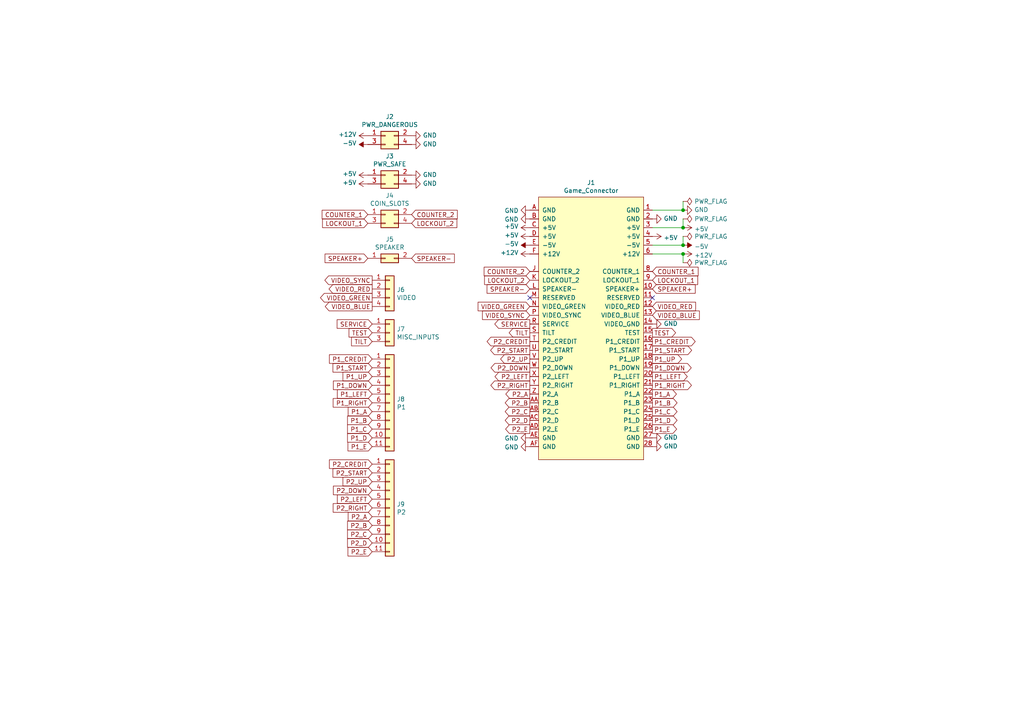
<source format=kicad_sch>
(kicad_sch (version 20211123) (generator eeschema)
  (paper "A4")
  (title_block (title "Comb Arcade Breakout Board") (date "2021-05-02") (rev "0.0.0") (company "jameswilddev"))
  (lib_symbols
    (symbol "Comb:Game_Connector" (pin_names (offset 1.016))
      (property "Reference" "J" (at 0 36.83 0))
      (property "Value" "Game_Connector" (at 0 -44.45 0))
      (symbol "Game_Connector_0_1"
        (rectangle (start -15.24 34.29) (end 15.24 -41.91) (fill (type background)))
      )
      (symbol "Game_Connector_1_1"
        (pin passive line (at 17.78 30.48 180) (length 2.54) (name "GND") (number "1"))
        (pin passive line (at 17.78 7.62 180) (length 2.54) (name "SPEAKER+") (number "10"))
        (pin passive line (at 17.78 5.08 180) (length 2.54) (name "RESERVED") (number "11"))
        (pin passive line (at 17.78 2.54 180) (length 2.54) (name "VIDEO_RED") (number "12"))
        (pin passive line (at 17.78 0 180) (length 2.54) (name "VIDEO_BLUE") (number "13"))
        (pin passive line (at 17.78 -2.54 180) (length 2.54) (name "VIDEO_GND") (number "14"))
        (pin passive line (at 17.78 -5.08 180) (length 2.54) (name "TEST") (number "15"))
        (pin passive line (at 17.78 -7.62 180) (length 2.54) (name "P1_CREDIT") (number "16"))
        (pin passive line (at 17.78 -10.16 180) (length 2.54) (name "P1_START") (number "17"))
        (pin passive line (at 17.78 -12.7 180) (length 2.54) (name "P1_UP") (number "18"))
        (pin passive line (at 17.78 -15.24 180) (length 2.54) (name "P1_DOWN") (number "19"))
        (pin passive line (at 17.78 27.94 180) (length 2.54) (name "GND") (number "2"))
        (pin passive line (at 17.78 -17.78 180) (length 2.54) (name "P1_LEFT") (number "20"))
        (pin passive line (at 17.78 -20.32 180) (length 2.54) (name "P1_RIGHT") (number "21"))
        (pin passive line (at 17.78 -22.86 180) (length 2.54) (name "P1_A") (number "22"))
        (pin passive line (at 17.78 -25.4 180) (length 2.54) (name "P1_B") (number "23"))
        (pin passive line (at 17.78 -27.94 180) (length 2.54) (name "P1_C") (number "24"))
        (pin passive line (at 17.78 -30.48 180) (length 2.54) (name "P1_D") (number "25"))
        (pin passive line (at 17.78 -33.02 180) (length 2.54) (name "P1_E") (number "26"))
        (pin passive line (at 17.78 -35.56 180) (length 2.54) (name "GND") (number "27"))
        (pin passive line (at 17.78 -38.1 180) (length 2.54) (name "GND") (number "28"))
        (pin passive line (at 17.78 25.4 180) (length 2.54) (name "+5V") (number "3"))
        (pin passive line (at 17.78 22.86 180) (length 2.54) (name "+5V") (number "4"))
        (pin passive line (at 17.78 20.32 180) (length 2.54) (name "-5V") (number "5"))
        (pin passive line (at 17.78 17.78 180) (length 2.54) (name "+12V") (number "6"))
        (pin passive line (at 17.78 12.7 180) (length 2.54) (name "COUNTER_1") (number "8"))
        (pin passive line (at 17.78 10.16 180) (length 2.54) (name "LOCKOUT_1") (number "9"))
        (pin passive line (at -17.78 30.48 0) (length 2.54) (name "GND") (number "A"))
        (pin passive line (at -17.78 -25.4 0) (length 2.54) (name "P2_B") (number "AA"))
        (pin passive line (at -17.78 -27.94 0) (length 2.54) (name "P2_C") (number "AB"))
        (pin passive line (at -17.78 -30.48 0) (length 2.54) (name "P2_D") (number "AC"))
        (pin passive line (at -17.78 -33.02 0) (length 2.54) (name "P2_E") (number "AD"))
        (pin passive line (at -17.78 -35.56 0) (length 2.54) (name "GND") (number "AE"))
        (pin passive line (at -17.78 -38.1 0) (length 2.54) (name "GND") (number "AF"))
        (pin passive line (at -17.78 27.94 0) (length 2.54) (name "GND") (number "B"))
        (pin passive line (at -17.78 25.4 0) (length 2.54) (name "+5V") (number "C"))
        (pin passive line (at -17.78 22.86 0) (length 2.54) (name "+5V") (number "D"))
        (pin passive line (at -17.78 20.32 0) (length 2.54) (name "-5V") (number "E"))
        (pin passive line (at -17.78 17.78 0) (length 2.54) (name "+12V") (number "F"))
        (pin passive line (at -17.78 12.7 0) (length 2.54) (name "COUNTER_2") (number "J"))
        (pin passive line (at -17.78 10.16 0) (length 2.54) (name "LOCKOUT_2") (number "K"))
        (pin passive line (at -17.78 7.62 0) (length 2.54) (name "SPEAKER-") (number "L"))
        (pin passive line (at -17.78 5.08 0) (length 2.54) (name "RESERVED") (number "M"))
        (pin passive line (at -17.78 2.54 0) (length 2.54) (name "VIDEO_GREEN") (number "N"))
        (pin passive line (at -17.78 0 0) (length 2.54) (name "VIDEO_SYNC") (number "P"))
        (pin passive line (at -17.78 -2.54 0) (length 2.54) (name "SERVICE") (number "R"))
        (pin passive line (at -17.78 -5.08 0) (length 2.54) (name "TILT") (number "S"))
        (pin passive line (at -17.78 -7.62 0) (length 2.54) (name "P2_CREDIT") (number "T"))
        (pin passive line (at -17.78 -10.16 0) (length 2.54) (name "P2_START") (number "U"))
        (pin passive line (at -17.78 -12.7 0) (length 2.54) (name "P2_UP") (number "V"))
        (pin passive line (at -17.78 -15.24 0) (length 2.54) (name "P2_DOWN") (number "W"))
        (pin passive line (at -17.78 -17.78 0) (length 2.54) (name "P2_LEFT") (number "X"))
        (pin passive line (at -17.78 -20.32 0) (length 2.54) (name "P2_RIGHT") (number "Y"))
        (pin passive line (at -17.78 -22.86 0) (length 2.54) (name "P2_A") (number "Z"))
      )
    )
    (symbol "Connector_Generic:Conn_01x03" (pin_names (offset 1.016) hide)
      (property "Reference" "J" (at 0 5.08 0))
      (property "Value" "Conn_01x03" (at 0 -5.08 0))
      (symbol "Conn_01x03_1_1"
        (rectangle (start -1.27 -2.413) (end 0 -2.667) (stroke (width 0.1524)))
        (rectangle (start -1.27 0.127) (end 0 -0.127) (stroke (width 0.1524)))
        (rectangle (start -1.27 2.667) (end 0 2.413) (stroke (width 0.1524)))
        (rectangle (start -1.27 3.81) (end 1.27 -3.81) (stroke (width 0.254)) (fill (type background)))
        (pin passive line (at -5.08 2.54 0) (length 3.81) (name "Pin_1") (number "1"))
        (pin passive line (at -5.08 0 0) (length 3.81) (name "Pin_2") (number "2"))
        (pin passive line (at -5.08 -2.54 0) (length 3.81) (name "Pin_3") (number "3"))
      )
    )
    (symbol "Connector_Generic:Conn_01x04" (pin_names (offset 1.016) hide)
      (property "Reference" "J" (at 0 5.08 0))
      (property "Value" "Conn_01x04" (at 0 -7.62 0))
      (symbol "Conn_01x04_1_1"
        (rectangle (start -1.27 -4.953) (end 0 -5.207) (stroke (width 0.1524)))
        (rectangle (start -1.27 -2.413) (end 0 -2.667) (stroke (width 0.1524)))
        (rectangle (start -1.27 0.127) (end 0 -0.127) (stroke (width 0.1524)))
        (rectangle (start -1.27 2.667) (end 0 2.413) (stroke (width 0.1524)))
        (rectangle (start -1.27 3.81) (end 1.27 -6.35) (stroke (width 0.254)) (fill (type background)))
        (pin passive line (at -5.08 2.54 0) (length 3.81) (name "Pin_1") (number "1"))
        (pin passive line (at -5.08 0 0) (length 3.81) (name "Pin_2") (number "2"))
        (pin passive line (at -5.08 -2.54 0) (length 3.81) (name "Pin_3") (number "3"))
        (pin passive line (at -5.08 -5.08 0) (length 3.81) (name "Pin_4") (number "4"))
      )
    )
    (symbol "Connector_Generic:Conn_01x11" (pin_names (offset 1.016) hide)
      (property "Reference" "J" (at 0 15.24 0))
      (property "Value" "Conn_01x11" (at 0 -15.24 0))
      (symbol "Conn_01x11_1_1"
        (rectangle (start -1.27 -12.573) (end 0 -12.827) (stroke (width 0.1524)))
        (rectangle (start -1.27 -10.033) (end 0 -10.287) (stroke (width 0.1524)))
        (rectangle (start -1.27 -7.493) (end 0 -7.747) (stroke (width 0.1524)))
        (rectangle (start -1.27 -4.953) (end 0 -5.207) (stroke (width 0.1524)))
        (rectangle (start -1.27 -2.413) (end 0 -2.667) (stroke (width 0.1524)))
        (rectangle (start -1.27 0.127) (end 0 -0.127) (stroke (width 0.1524)))
        (rectangle (start -1.27 2.667) (end 0 2.413) (stroke (width 0.1524)))
        (rectangle (start -1.27 5.207) (end 0 4.953) (stroke (width 0.1524)))
        (rectangle (start -1.27 7.747) (end 0 7.493) (stroke (width 0.1524)))
        (rectangle (start -1.27 10.287) (end 0 10.033) (stroke (width 0.1524)))
        (rectangle (start -1.27 12.827) (end 0 12.573) (stroke (width 0.1524)))
        (rectangle (start -1.27 13.97) (end 1.27 -13.97) (stroke (width 0.254)) (fill (type background)))
        (pin passive line (at -5.08 12.7 0) (length 3.81) (name "Pin_1") (number "1"))
        (pin passive line (at -5.08 -10.16 0) (length 3.81) (name "Pin_10") (number "10"))
        (pin passive line (at -5.08 -12.7 0) (length 3.81) (name "Pin_11") (number "11"))
        (pin passive line (at -5.08 10.16 0) (length 3.81) (name "Pin_2") (number "2"))
        (pin passive line (at -5.08 7.62 0) (length 3.81) (name "Pin_3") (number "3"))
        (pin passive line (at -5.08 5.08 0) (length 3.81) (name "Pin_4") (number "4"))
        (pin passive line (at -5.08 2.54 0) (length 3.81) (name "Pin_5") (number "5"))
        (pin passive line (at -5.08 0 0) (length 3.81) (name "Pin_6") (number "6"))
        (pin passive line (at -5.08 -2.54 0) (length 3.81) (name "Pin_7") (number "7"))
        (pin passive line (at -5.08 -5.08 0) (length 3.81) (name "Pin_8") (number "8"))
        (pin passive line (at -5.08 -7.62 0) (length 3.81) (name "Pin_9") (number "9"))
      )
    )
    (symbol "Connector_Generic:Conn_02x01" (pin_names (offset 1.016) hide)
      (property "Reference" "J" (at 1.27 2.54 0))
      (property "Value" "Conn_02x01" (at 1.27 -2.54 0))
      (symbol "Conn_02x01_1_1"
        (rectangle (start -1.27 0.127) (end 0 -0.127) (stroke (width 0.1524)))
        (rectangle (start -1.27 1.27) (end 3.81 -1.27) (stroke (width 0.254)) (fill (type background)))
        (rectangle (start 3.81 0.127) (end 2.54 -0.127) (stroke (width 0.1524)))
        (pin passive line (at -5.08 0 0) (length 3.81) (name "Pin_1") (number "1"))
        (pin passive line (at 7.62 0 180) (length 3.81) (name "Pin_2") (number "2"))
      )
    )
    (symbol "Connector_Generic:Conn_02x02_Odd_Even" (pin_names (offset 1.016) hide)
      (property "Reference" "J" (at 1.27 2.54 0))
      (property "Value" "Conn_02x02_Odd_Even" (at 1.27 -5.08 0))
      (symbol "Conn_02x02_Odd_Even_1_1"
        (rectangle (start -1.27 -2.413) (end 0 -2.667) (stroke (width 0.1524)))
        (rectangle (start -1.27 0.127) (end 0 -0.127) (stroke (width 0.1524)))
        (rectangle (start -1.27 1.27) (end 3.81 -3.81) (stroke (width 0.254)) (fill (type background)))
        (rectangle (start 3.81 -2.413) (end 2.54 -2.667) (stroke (width 0.1524)))
        (rectangle (start 3.81 0.127) (end 2.54 -0.127) (stroke (width 0.1524)))
        (pin passive line (at -5.08 0 0) (length 3.81) (name "Pin_1") (number "1"))
        (pin passive line (at 7.62 0 180) (length 3.81) (name "Pin_2") (number "2"))
        (pin passive line (at -5.08 -2.54 0) (length 3.81) (name "Pin_3") (number "3"))
        (pin passive line (at 7.62 -2.54 180) (length 3.81) (name "Pin_4") (number "4"))
      )
    )
    (symbol "power:+12V" (power) (pin_names (offset 0))
      (property "Value" "+12V" (at 0 3.556 0))
      (symbol "+12V_0_1"
        (polyline (pts (xy -0.762 1.27) (xy 0 2.54)))
        (polyline (pts (xy 0 0) (xy 0 2.54)))
        (polyline (pts (xy 0 2.54) (xy 0.762 1.27)))
      )
      (symbol "+12V_1_1"
        (pin power_in line (at 0 0 90) (length 0) hide (name "+12V") (number "1"))
      )
    )
    (symbol "power:+5V" (power) (pin_names (offset 0))
      (property "Value" "+5V" (at 0 3.556 0))
      (symbol "+5V_0_1"
        (polyline (pts (xy -0.762 1.27) (xy 0 2.54)))
        (polyline (pts (xy 0 0) (xy 0 2.54)))
        (polyline (pts (xy 0 2.54) (xy 0.762 1.27)))
      )
      (symbol "+5V_1_1"
        (pin power_in line (at 0 0 90) (length 0) hide (name "+5V") (number "1"))
      )
    )
    (symbol "power:-5V" (power) (pin_names (offset 0))
      (property "Value" "-5V" (at 0 3.81 0))
      (symbol "-5V_0_0"
        (pin power_in line (at 0 0 90) (length 0) hide (name "-5V") (number "1"))
      )
      (symbol "-5V_0_1"
        (polyline (pts (xy 0 0) (xy 0 1.27) (xy 0.762 1.27) (xy 0 2.54) (xy -0.762 1.27) (xy 0 1.27)) (fill (type outline)))
      )
    )
    (symbol "power:GND" (power) (pin_names (offset 0))
      (property "Value" "GND" (at 0 -3.81 0))
      (symbol "GND_0_1"
        (polyline (pts (xy 0 0) (xy 0 -1.27) (xy 1.27 -1.27) (xy 0 -2.54) (xy -1.27 -1.27) (xy 0 -1.27)))
      )
      (symbol "GND_1_1"
        (pin power_in line (at 0 0 270) (length 0) hide (name "GND") (number "1"))
      )
    )
    (symbol "power:PWR_FLAG" (power) (pin_numbers hide) (pin_names (offset 0) hide)
      (property "Value" "PWR_FLAG" (at 0 3.81 0))
      (symbol "PWR_FLAG_0_0"
        (pin power_out line (at 0 0 90) (length 0) (name "pwr") (number "1"))
      )
      (symbol "PWR_FLAG_0_1"
        (polyline (pts (xy 0 0) (xy 0 1.27) (xy -1.016 1.905) (xy 0 2.54) (xy 1.016 1.905) (xy 0 1.27)))
      )
    )
  )
  (junction (at 198.12 71.12))
  (junction (at 198.12 73.66))
  (junction (at 198.12 60.96))
  (junction (at 198.12 66.04))
  (no_connect (at 189.23 86.36))
  (no_connect (at 153.67 86.36))
  (wire (pts (xy 198.12 63.5) (xy 198.12 66.04)))
  (wire (pts (xy 189.23 73.66) (xy 198.12 73.66)))
  (wire (pts (xy 198.12 60.96) (xy 189.23 60.96)))
  (wire (pts (xy 198.12 58.42) (xy 198.12 60.96)))
  (wire (pts (xy 198.12 68.58) (xy 198.12 71.12)))
  (wire (pts (xy 198.12 76.2) (xy 198.12 73.66)))
  (wire (pts (xy 189.23 66.04) (xy 198.12 66.04)))
  (wire (pts (xy 189.23 71.12) (xy 198.12 71.12)))
  (global_label "LOCKOUT_1" (shape input) (at 189.23 81.28 0) (property "Intersheet References" "${INTERSHEET_REFS}" (effects hide)))
  (global_label "P2_START" (shape input) (at 107.95 137.16 180) (property "Intersheet References" "${INTERSHEET_REFS}" (effects hide)))
  (global_label "VIDEO_GREEN" (shape output) (at 107.95 86.36 180) (property "Intersheet References" "${INTERSHEET_REFS}" (effects hide)))
  (global_label "P1_CREDIT" (shape output) (at 189.23 99.06 0) (property "Intersheet References" "${INTERSHEET_REFS}" (effects hide)))
  (global_label "P2_E" (shape input) (at 107.95 160.02 180) (property "Intersheet References" "${INTERSHEET_REFS}" (effects hide)))
  (global_label "P1_E" (shape input) (at 107.95 129.54 180) (property "Intersheet References" "${INTERSHEET_REFS}" (effects hide)))
  (global_label "VIDEO_BLUE" (shape input) (at 189.23 91.44 0) (property "Intersheet References" "${INTERSHEET_REFS}" (effects hide)))
  (global_label "P2_C" (shape input) (at 107.95 154.94 180) (property "Intersheet References" "${INTERSHEET_REFS}" (effects hide)))
  (global_label "P2_A" (shape input) (at 107.95 149.86 180) (property "Intersheet References" "${INTERSHEET_REFS}" (effects hide)))
  (global_label "P1_CREDIT" (shape input) (at 107.95 104.14 180) (property "Intersheet References" "${INTERSHEET_REFS}" (effects hide)))
  (global_label "P1_C" (shape input) (at 107.95 124.46 180) (property "Intersheet References" "${INTERSHEET_REFS}" (effects hide)))
  (global_label "COUNTER_2" (shape input) (at 119.38 62.23 0) (property "Intersheet References" "${INTERSHEET_REFS}" (effects hide)))
  (global_label "P2_LEFT" (shape output) (at 153.67 109.22 180) (property "Intersheet References" "${INTERSHEET_REFS}" (effects hide)))
  (global_label "P2_RIGHT" (shape input) (at 107.95 147.32 180) (property "Intersheet References" "${INTERSHEET_REFS}" (effects hide)))
  (global_label "COUNTER_2" (shape input) (at 153.67 78.74 180) (property "Intersheet References" "${INTERSHEET_REFS}" (effects hide)))
  (global_label "P2_LEFT" (shape input) (at 107.95 144.78 180) (property "Intersheet References" "${INTERSHEET_REFS}" (effects hide)))
  (global_label "P2_C" (shape output) (at 153.67 119.38 180) (property "Intersheet References" "${INTERSHEET_REFS}" (effects hide)))
  (global_label "P2_B" (shape input) (at 107.95 152.4 180) (property "Intersheet References" "${INTERSHEET_REFS}" (effects hide)))
  (global_label "P1_LEFT" (shape input) (at 107.95 114.3 180) (property "Intersheet References" "${INTERSHEET_REFS}" (effects hide)))
  (global_label "P2_CREDIT" (shape output) (at 153.67 99.06 180) (property "Intersheet References" "${INTERSHEET_REFS}" (effects hide)))
  (global_label "SERVICE" (shape output) (at 153.67 93.98 180) (property "Intersheet References" "${INTERSHEET_REFS}" (effects hide)))
  (global_label "VIDEO_RED" (shape output) (at 107.95 83.82 180) (property "Intersheet References" "${INTERSHEET_REFS}" (effects hide)))
  (global_label "P1_D" (shape output) (at 189.23 121.92 0) (property "Intersheet References" "${INTERSHEET_REFS}" (effects hide)))
  (global_label "P1_E" (shape output) (at 189.23 124.46 0) (property "Intersheet References" "${INTERSHEET_REFS}" (effects hide)))
  (global_label "P2_CREDIT" (shape input) (at 107.95 134.62 180) (property "Intersheet References" "${INTERSHEET_REFS}" (effects hide)))
  (global_label "P1_C" (shape output) (at 189.23 119.38 0) (property "Intersheet References" "${INTERSHEET_REFS}" (effects hide)))
  (global_label "P1_UP" (shape input) (at 107.95 109.22 180) (property "Intersheet References" "${INTERSHEET_REFS}" (effects hide)))
  (global_label "TILT" (shape output) (at 153.67 96.52 180) (property "Intersheet References" "${INTERSHEET_REFS}" (effects hide)))
  (global_label "P2_A" (shape output) (at 153.67 114.3 180) (property "Intersheet References" "${INTERSHEET_REFS}" (effects hide)))
  (global_label "LOCKOUT_1" (shape input) (at 106.68 64.77 180) (property "Intersheet References" "${INTERSHEET_REFS}" (effects hide)))
  (global_label "P2_RIGHT" (shape output) (at 153.67 111.76 180) (property "Intersheet References" "${INTERSHEET_REFS}" (effects hide)))
  (global_label "TILT" (shape input) (at 107.95 99.06 180) (property "Intersheet References" "${INTERSHEET_REFS}" (effects hide)))
  (global_label "P1_B" (shape input) (at 107.95 121.92 180) (property "Intersheet References" "${INTERSHEET_REFS}" (effects hide)))
  (global_label "VIDEO_SYNC" (shape input) (at 153.67 91.44 180) (property "Intersheet References" "${INTERSHEET_REFS}" (effects hide)))
  (global_label "P2_UP" (shape input) (at 107.95 139.7 180) (property "Intersheet References" "${INTERSHEET_REFS}" (effects hide)))
  (global_label "P1_START" (shape input) (at 107.95 106.68 180) (property "Intersheet References" "${INTERSHEET_REFS}" (effects hide)))
  (global_label "P2_E" (shape output) (at 153.67 124.46 180) (property "Intersheet References" "${INTERSHEET_REFS}" (effects hide)))
  (global_label "COUNTER_1" (shape input) (at 106.68 62.23 180) (property "Intersheet References" "${INTERSHEET_REFS}" (effects hide)))
  (global_label "LOCKOUT_2" (shape input) (at 153.67 81.28 180) (property "Intersheet References" "${INTERSHEET_REFS}" (effects hide)))
  (global_label "VIDEO_BLUE" (shape output) (at 107.95 88.9 180) (property "Intersheet References" "${INTERSHEET_REFS}" (effects hide)))
  (global_label "P2_DOWN" (shape input) (at 107.95 142.24 180) (property "Intersheet References" "${INTERSHEET_REFS}" (effects hide)))
  (global_label "P1_START" (shape output) (at 189.23 101.6 0) (property "Intersheet References" "${INTERSHEET_REFS}" (effects hide)))
  (global_label "P1_DOWN" (shape output) (at 189.23 106.68 0) (property "Intersheet References" "${INTERSHEET_REFS}" (effects hide)))
  (global_label "P1_B" (shape output) (at 189.23 116.84 0) (property "Intersheet References" "${INTERSHEET_REFS}" (effects hide)))
  (global_label "LOCKOUT_2" (shape input) (at 119.38 64.77 0) (property "Intersheet References" "${INTERSHEET_REFS}" (effects hide)))
  (global_label "P1_D" (shape input) (at 107.95 127 180) (property "Intersheet References" "${INTERSHEET_REFS}" (effects hide)))
  (global_label "P2_D" (shape input) (at 107.95 157.48 180) (property "Intersheet References" "${INTERSHEET_REFS}" (effects hide)))
  (global_label "P2_DOWN" (shape output) (at 153.67 106.68 180) (property "Intersheet References" "${INTERSHEET_REFS}" (effects hide)))
  (global_label "VIDEO_SYNC" (shape output) (at 107.95 81.28 180) (property "Intersheet References" "${INTERSHEET_REFS}" (effects hide)))
  (global_label "VIDEO_RED" (shape input) (at 189.23 88.9 0) (property "Intersheet References" "${INTERSHEET_REFS}" (effects hide)))
  (global_label "SPEAKER+" (shape input) (at 189.23 83.82 0) (property "Intersheet References" "${INTERSHEET_REFS}" (effects hide)))
  (global_label "SPEAKER-" (shape input) (at 153.67 83.82 180) (property "Intersheet References" "${INTERSHEET_REFS}" (effects hide)))
  (global_label "P2_START" (shape output) (at 153.67 101.6 180) (property "Intersheet References" "${INTERSHEET_REFS}" (effects hide)))
  (global_label "P1_A" (shape input) (at 107.95 119.38 180) (property "Intersheet References" "${INTERSHEET_REFS}" (effects hide)))
  (global_label "SERVICE" (shape input) (at 107.95 93.98 180) (property "Intersheet References" "${INTERSHEET_REFS}" (effects hide)))
  (global_label "SPEAKER+" (shape input) (at 106.68 74.93 180) (property "Intersheet References" "${INTERSHEET_REFS}" (effects hide)))
  (global_label "P1_LEFT" (shape output) (at 189.23 109.22 0) (property "Intersheet References" "${INTERSHEET_REFS}" (effects hide)))
  (global_label "SPEAKER-" (shape input) (at 119.38 74.93 0) (property "Intersheet References" "${INTERSHEET_REFS}" (effects hide)))
  (global_label "P1_DOWN" (shape input) (at 107.95 111.76 180) (property "Intersheet References" "${INTERSHEET_REFS}" (effects hide)))
  (global_label "COUNTER_1" (shape input) (at 189.23 78.74 0) (property "Intersheet References" "${INTERSHEET_REFS}" (effects hide)))
  (global_label "P1_UP" (shape output) (at 189.23 104.14 0) (property "Intersheet References" "${INTERSHEET_REFS}" (effects hide)))
  (global_label "P1_RIGHT" (shape output) (at 189.23 111.76 0) (property "Intersheet References" "${INTERSHEET_REFS}" (effects hide)))
  (global_label "P2_UP" (shape output) (at 153.67 104.14 180) (property "Intersheet References" "${INTERSHEET_REFS}" (effects hide)))
  (global_label "VIDEO_GREEN" (shape input) (at 153.67 88.9 180) (property "Intersheet References" "${INTERSHEET_REFS}" (effects hide)))
  (global_label "TEST" (shape input) (at 107.95 96.52 180) (property "Intersheet References" "${INTERSHEET_REFS}" (effects hide)))
  (global_label "TEST" (shape output) (at 189.23 96.52 0) (property "Intersheet References" "${INTERSHEET_REFS}" (effects hide)))
  (global_label "P1_RIGHT" (shape input) (at 107.95 116.84 180) (property "Intersheet References" "${INTERSHEET_REFS}" (effects hide)))
  (global_label "P2_B" (shape output) (at 153.67 116.84 180) (property "Intersheet References" "${INTERSHEET_REFS}" (effects hide)))
  (global_label "P1_A" (shape output) (at 189.23 114.3 0) (property "Intersheet References" "${INTERSHEET_REFS}" (effects hide)))
  (global_label "P2_D" (shape output) (at 153.67 121.92 180) (property "Intersheet References" "${INTERSHEET_REFS}" (effects hide)))
  (symbol (lib_id "Comb:Game_Connector") (at 171.45 91.44 0) (unit 1)
    (property "Reference" "J1" (at 171.45 52.959 0))
    (property "Value" "Game_Connector" (at 171.45 55.2704 0))
    (property "Footprint" "Comb:Edge_Connector" (effects hide))
  )
  (symbol (lib_id "power:GND") (at 153.67 60.96 270) (unit 1)
    (property "Reference" "#PWR0101" (effects hide))
    (property "Value" "GND" (at 150.4188 61.087 90) (effects (justify right)))
  )
  (symbol (lib_id "power:GND") (at 153.67 63.5 270) (unit 1)
    (property "Reference" "#PWR0102" (effects hide))
    (property "Value" "GND" (at 150.4188 63.627 90) (effects (justify right)))
  )
  (symbol (lib_id "power:GND") (at 198.12 60.96 90) (unit 1)
    (property "Reference" "#PWR0103" (effects hide))
    (property "Value" "GND" (at 201.3712 60.833 90) (effects (justify right)))
  )
  (symbol (lib_id "power:GND") (at 189.23 63.5 90) (unit 1)
    (property "Reference" "#PWR0104" (effects hide))
    (property "Value" "GND" (at 192.4812 63.373 90) (effects (justify right)))
  )
  (symbol (lib_id "power:+5V") (at 153.67 66.04 90) (unit 1)
    (property "Reference" "#PWR0105" (effects hide))
    (property "Value" "+5V" (at 150.4188 65.659 90) (effects (justify left)))
  )
  (symbol (lib_id "power:+5V") (at 153.67 68.58 90) (unit 1)
    (property "Reference" "#PWR0106" (effects hide))
    (property "Value" "+5V" (at 150.4188 68.199 90) (effects (justify left)))
  )
  (symbol (lib_id "power:+5V") (at 198.12 66.04 270) (unit 1)
    (property "Reference" "#PWR0107" (effects hide))
    (property "Value" "+5V" (at 201.3712 66.421 90) (effects (justify left)))
  )
  (symbol (lib_id "power:+5V") (at 189.23 68.58 270) (unit 1)
    (property "Reference" "#PWR0108" (effects hide))
    (property "Value" "+5V" (at 192.4812 68.961 90) (effects (justify left)))
  )
  (symbol (lib_id "power:-5V") (at 198.12 71.12 270) (unit 1)
    (property "Reference" "#PWR0109" (effects hide))
    (property "Value" "-5V" (at 201.3712 71.501 90) (effects (justify left)))
  )
  (symbol (lib_id "power:-5V") (at 153.67 71.12 90) (unit 1)
    (property "Reference" "#PWR0110" (effects hide))
    (property "Value" "-5V" (at 150.4188 70.739 90) (effects (justify left)))
  )
  (symbol (lib_id "power:+12V") (at 153.67 73.66 90) (unit 1)
    (property "Reference" "#PWR0111" (effects hide))
    (property "Value" "+12V" (at 150.4188 73.279 90) (effects (justify left)))
  )
  (symbol (lib_id "power:+12V") (at 198.12 73.66 270) (unit 1)
    (property "Reference" "#PWR0112" (effects hide))
    (property "Value" "+12V" (at 201.3712 74.041 90) (effects (justify left)))
  )
  (symbol (lib_id "power:GND") (at 189.23 127 90) (unit 1)
    (property "Reference" "#PWR0113" (effects hide))
    (property "Value" "GND" (at 192.4812 126.873 90) (effects (justify right)))
  )
  (symbol (lib_id "power:GND") (at 189.23 129.54 90) (unit 1)
    (property "Reference" "#PWR0114" (effects hide))
    (property "Value" "GND" (at 192.4812 129.413 90) (effects (justify right)))
  )
  (symbol (lib_id "power:GND") (at 153.67 127 270) (unit 1)
    (property "Reference" "#PWR0115" (effects hide))
    (property "Value" "GND" (at 150.4188 127.127 90) (effects (justify right)))
  )
  (symbol (lib_id "power:GND") (at 153.67 129.54 270) (unit 1)
    (property "Reference" "#PWR0116" (effects hide))
    (property "Value" "GND" (at 150.4188 129.667 90) (effects (justify right)))
  )
  (symbol (lib_id "power:GND") (at 189.23 93.98 90) (unit 1)
    (property "Reference" "#PWR0117" (effects hide))
    (property "Value" "GND" (at 192.4812 93.853 90) (effects (justify right)))
  )
  (symbol (lib_id "Connector_Generic:Conn_02x02_Odd_Even") (at 111.76 39.37 0) (unit 1)
    (property "Reference" "J2" (at 113.03 33.8582 0))
    (property "Value" "PWR_DANGEROUS" (at 113.03 36.1696 0))
    (property "Footprint" "Connector_PinSocket_2.54mm:PinSocket_2x02_P2.54mm_Vertical" (effects hide))
  )
  (symbol (lib_id "power:GND") (at 119.38 41.91 90) (unit 1)
    (property "Reference" "#PWR0118" (effects hide))
    (property "Value" "GND" (at 122.6312 41.783 90) (effects (justify right)))
  )
  (symbol (lib_id "power:GND") (at 119.38 39.37 90) (unit 1)
    (property "Reference" "#PWR0119" (effects hide))
    (property "Value" "GND" (at 122.6312 39.243 90) (effects (justify right)))
  )
  (symbol (lib_id "power:+12V") (at 106.68 39.37 90) (unit 1)
    (property "Reference" "#PWR0120" (effects hide))
    (property "Value" "+12V" (at 103.4288 38.989 90) (effects (justify left)))
  )
  (symbol (lib_id "power:-5V") (at 106.68 41.91 90) (unit 1)
    (property "Reference" "#PWR0121" (effects hide))
    (property "Value" "-5V" (at 103.4288 41.529 90) (effects (justify left)))
  )
  (symbol (lib_id "Connector_Generic:Conn_01x11") (at 113.03 116.84 0) (unit 1)
    (property "Reference" "J8" (at 115.062 115.7732 0) (effects (justify left)))
    (property "Value" "P1" (at 115.062 118.0846 0) (effects (justify left)))
    (property "Footprint" "Connector_PinSocket_2.54mm:PinSocket_1x11_P2.54mm_Vertical" (effects hide))
  )
  (symbol (lib_id "Connector_Generic:Conn_01x11") (at 113.03 147.32 0) (unit 1)
    (property "Reference" "J9" (at 115.062 146.2532 0) (effects (justify left)))
    (property "Value" "P2" (at 115.062 148.5646 0) (effects (justify left)))
    (property "Footprint" "Connector_PinSocket_2.54mm:PinSocket_1x11_P2.54mm_Vertical" (effects hide))
  )
  (symbol (lib_id "Connector_Generic:Conn_01x04") (at 113.03 83.82 0) (unit 1)
    (property "Reference" "J6" (at 115.062 84.0232 0) (effects (justify left)))
    (property "Value" "VIDEO" (at 115.062 86.3346 0) (effects (justify left)))
    (property "Footprint" "Connector_PinSocket_2.54mm:PinSocket_1x04_P2.54mm_Vertical" (effects hide))
  )
  (symbol (lib_id "Connector_Generic:Conn_01x03") (at 113.03 96.52 0) (unit 1)
    (property "Reference" "J7" (at 115.062 95.4532 0) (effects (justify left)))
    (property "Value" "MISC_INPUTS" (at 115.062 97.7646 0) (effects (justify left)))
    (property "Footprint" "Connector_PinSocket_2.54mm:PinSocket_1x03_P2.54mm_Vertical" (effects hide))
  )
  (symbol (lib_id "Connector_Generic:Conn_02x02_Odd_Even") (at 111.76 50.8 0) (unit 1)
    (property "Reference" "J3" (at 113.03 45.2882 0))
    (property "Value" "PWR_SAFE" (at 113.03 47.5996 0))
    (property "Footprint" "Connector_PinSocket_2.54mm:PinSocket_2x02_P2.54mm_Vertical" (effects hide))
  )
  (symbol (lib_id "power:GND") (at 119.38 53.34 90) (unit 1)
    (property "Reference" "#PWR0122" (effects hide))
    (property "Value" "GND" (at 122.6312 53.213 90) (effects (justify right)))
  )
  (symbol (lib_id "power:GND") (at 119.38 50.8 90) (unit 1)
    (property "Reference" "#PWR0123" (effects hide))
    (property "Value" "GND" (at 122.6312 50.673 90) (effects (justify right)))
  )
  (symbol (lib_id "power:+5V") (at 106.68 50.8 90) (unit 1)
    (property "Reference" "#PWR0126" (effects hide))
    (property "Value" "+5V" (at 103.4288 50.419 90) (effects (justify left)))
  )
  (symbol (lib_id "power:+5V") (at 106.68 53.34 90) (unit 1)
    (property "Reference" "#PWR0127" (effects hide))
    (property "Value" "+5V" (at 103.4288 52.959 90) (effects (justify left)))
  )
  (symbol (lib_id "Connector_Generic:Conn_02x02_Odd_Even") (at 111.76 62.23 0) (unit 1)
    (property "Reference" "J4" (at 113.03 56.7182 0))
    (property "Value" "COIN_SLOTS" (at 113.03 59.0296 0))
    (property "Footprint" "Connector_PinSocket_2.54mm:PinSocket_2x02_P2.54mm_Vertical" (effects hide))
  )
  (symbol (lib_id "Connector_Generic:Conn_02x01") (at 111.76 74.93 0) (unit 1)
    (property "Reference" "J5" (at 113.03 69.4182 0))
    (property "Value" "SPEAKER" (at 113.03 71.7296 0))
    (property "Footprint" "Connector_PinSocket_2.54mm:PinSocket_1x02_P2.54mm_Vertical" (effects hide))
  )
  (symbol (lib_id "power:PWR_FLAG") (at 198.12 63.5 270) (unit 1)
    (property "Reference" "#FLG0101" (effects hide))
    (property "Value" "PWR_FLAG" (at 201.3712 63.5 90) (effects (justify left)))
  )
  (symbol (lib_id "power:PWR_FLAG") (at 198.12 68.58 270) (unit 1)
    (property "Reference" "#FLG0103" (effects hide))
    (property "Value" "PWR_FLAG" (at 201.3712 68.58 90) (effects (justify left)))
  )
  (symbol (lib_id "power:PWR_FLAG") (at 198.12 76.2 270) (unit 1)
    (property "Reference" "#FLG0102" (effects hide))
    (property "Value" "PWR_FLAG" (at 201.3712 76.2 90) (effects (justify left)))
  )
  (symbol (lib_id "power:PWR_FLAG") (at 198.12 58.42 270) (unit 1)
    (property "Reference" "#FLG0104" (effects hide))
    (property "Value" "PWR_FLAG" (at 201.3712 58.42 90) (effects (justify left)))
  )
)
</source>
